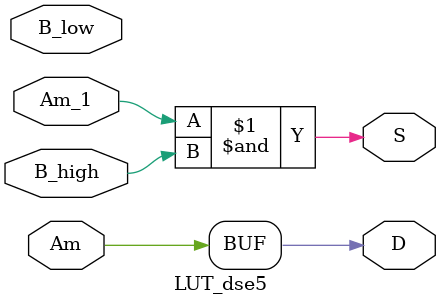
<source format=v>
`timescale 1ns/1ns
module LUT_dse5(
    input           Am          ,
    input           B_low       ,
    input           Am_1        ,
    input           B_high      ,
    output          S           ,
    output          D           //           
);

	assign D = Am;
	assign S = Am_1 & B_high;

endmodule // LUT_dse5


</source>
